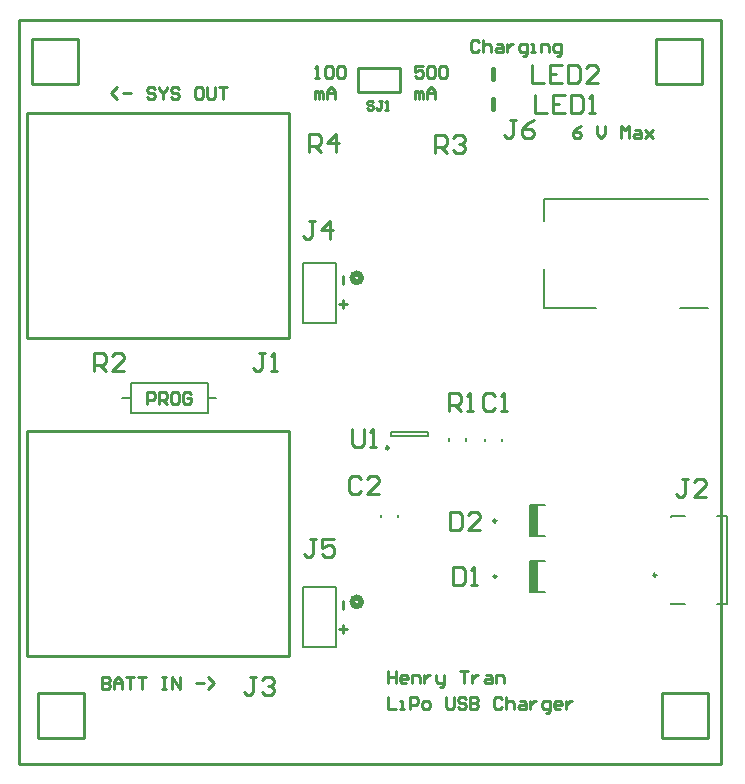
<source format=gbr>
%TF.GenerationSoftware,Altium Limited,Altium Designer,24.6.1 (21)*%
G04 Layer_Color=65535*
%FSLAX45Y45*%
%MOMM*%
%TF.SameCoordinates,AC9FF34B-BC34-43DD-B331-A16B571A9E15*%
%TF.FilePolarity,Positive*%
%TF.FileFunction,Legend,Top*%
%TF.Part,Single*%
G01*
G75*
%TA.AperFunction,NonConductor*%
%ADD34C,0.25400*%
%ADD35C,0.25000*%
%ADD36C,0.50800*%
%ADD37C,0.20000*%
%ADD38C,0.40000*%
%ADD39C,0.15240*%
%ADD40R,0.77780X2.60000*%
D34*
X1174100Y2819200D02*
X2284100D01*
Y909200D02*
Y2819200D01*
X64100Y909200D02*
X2284100D01*
X64100D02*
Y2819200D01*
X1174100D01*
X109800Y5886100D02*
Y5963600D01*
Y5753600D02*
Y5821100D01*
Y5963600D02*
Y6138600D01*
X497300D01*
Y5753600D02*
Y6138600D01*
X109800Y5753600D02*
X497300D01*
X109800Y5821100D02*
Y5886100D01*
X1174100Y5511600D02*
X2284100D01*
Y3601600D02*
Y5511600D01*
X64100Y3601600D02*
X2284100D01*
X64100D02*
Y5511600D01*
X1174100D01*
X3225800Y5778500D02*
Y5892800D01*
X2870200D02*
X3225800D01*
X2870200Y5689600D02*
Y5892800D01*
Y5689600D02*
X3225800D01*
Y5778500D01*
X0Y0D02*
X1943100D01*
X4000500D02*
X5943600D01*
X1943100D02*
X4000500D01*
X0Y1879600D02*
Y2590800D01*
Y0D02*
Y1066800D01*
Y3403600D02*
Y6299200D01*
Y1066800D02*
Y1879600D01*
X5393000Y5886100D02*
Y5963600D01*
Y5753600D02*
Y5821100D01*
Y5963600D02*
Y6138600D01*
X5780500D01*
Y5753600D02*
Y6138600D01*
X5393000Y5753600D02*
X5780500D01*
X5393000Y5821100D02*
Y5886100D01*
X5943600Y0D02*
Y6299200D01*
X0Y2590800D02*
Y3403600D01*
Y6299200D02*
X5943600D01*
X5443800Y348900D02*
Y426400D01*
Y216400D02*
Y283900D01*
Y426400D02*
Y601400D01*
X5831300D01*
Y216400D02*
Y601400D01*
X5443800Y216400D02*
X5831300D01*
X5443800Y283900D02*
Y348900D01*
X160600D02*
Y426400D01*
Y216400D02*
Y283900D01*
Y426400D02*
Y601400D01*
X548100D01*
Y216400D02*
Y601400D01*
X160600Y216400D02*
X548100D01*
X160600Y283900D02*
Y348900D01*
X2501900Y5808941D02*
X2535756D01*
X2518828D01*
Y5910508D01*
X2501900Y5893580D01*
X2586539D02*
X2603467Y5910508D01*
X2637323D01*
X2654251Y5893580D01*
Y5825868D01*
X2637323Y5808941D01*
X2603467D01*
X2586539Y5825868D01*
Y5893580D01*
X2688107D02*
X2705034Y5910508D01*
X2738890D01*
X2755818Y5893580D01*
Y5825868D01*
X2738890Y5808941D01*
X2705034D01*
X2688107Y5825868D01*
Y5893580D01*
X2501900Y5626100D02*
Y5693811D01*
X2518828D01*
X2535756Y5676883D01*
Y5626100D01*
Y5676883D01*
X2552683Y5693811D01*
X2569611Y5676883D01*
Y5626100D01*
X2603467D02*
Y5693811D01*
X2637323Y5727667D01*
X2671179Y5693811D01*
Y5626100D01*
Y5676883D01*
X2603467D01*
X3124200Y783919D02*
Y682352D01*
Y733135D01*
X3191911D01*
Y783919D01*
Y682352D01*
X3276551D02*
X3242695D01*
X3225767Y699280D01*
Y733135D01*
X3242695Y750063D01*
X3276551D01*
X3293479Y733135D01*
Y716208D01*
X3225767D01*
X3327334Y682352D02*
Y750063D01*
X3378118D01*
X3395046Y733135D01*
Y682352D01*
X3428902Y750063D02*
Y682352D01*
Y716208D01*
X3445830Y733135D01*
X3462757Y750063D01*
X3479685D01*
X3530469D02*
Y699280D01*
X3547397Y682352D01*
X3598180D01*
Y665424D01*
X3581252Y648496D01*
X3564325D01*
X3598180Y682352D02*
Y750063D01*
X3733603Y783919D02*
X3801315D01*
X3767459D01*
Y682352D01*
X3835171Y750063D02*
Y682352D01*
Y716208D01*
X3852098Y733135D01*
X3869026Y750063D01*
X3885954D01*
X3953666D02*
X3987521D01*
X4004449Y733135D01*
Y682352D01*
X3953666D01*
X3936738Y699280D01*
X3953666Y716208D01*
X4004449D01*
X4038305Y682352D02*
Y750063D01*
X4089089D01*
X4106016Y733135D01*
Y682352D01*
X3124200Y567223D02*
Y465656D01*
X3191911D01*
X3225767D02*
X3259623D01*
X3242695D01*
Y533367D01*
X3225767D01*
X3310407Y465656D02*
Y567223D01*
X3361190D01*
X3378118Y550295D01*
Y516439D01*
X3361190Y499511D01*
X3310407D01*
X3428902Y465656D02*
X3462757D01*
X3479685Y482583D01*
Y516439D01*
X3462757Y533367D01*
X3428902D01*
X3411974Y516439D01*
Y482583D01*
X3428902Y465656D01*
X3615108Y567223D02*
Y482583D01*
X3632036Y465656D01*
X3665892D01*
X3682820Y482583D01*
Y567223D01*
X3784387Y550295D02*
X3767459Y567223D01*
X3733603D01*
X3716676Y550295D01*
Y533367D01*
X3733603Y516439D01*
X3767459D01*
X3784387Y499511D01*
Y482583D01*
X3767459Y465656D01*
X3733603D01*
X3716676Y482583D01*
X3818243Y567223D02*
Y465656D01*
X3869026D01*
X3885954Y482583D01*
Y499511D01*
X3869026Y516439D01*
X3818243D01*
X3869026D01*
X3885954Y533367D01*
Y550295D01*
X3869026Y567223D01*
X3818243D01*
X4089089Y550295D02*
X4072161Y567223D01*
X4038305D01*
X4021377Y550295D01*
Y482583D01*
X4038305Y465656D01*
X4072161D01*
X4089089Y482583D01*
X4122945Y567223D02*
Y465656D01*
Y516439D01*
X4139872Y533367D01*
X4173728D01*
X4190656Y516439D01*
Y465656D01*
X4241440Y533367D02*
X4275295D01*
X4292223Y516439D01*
Y465656D01*
X4241440D01*
X4224512Y482583D01*
X4241440Y499511D01*
X4292223D01*
X4326079Y533367D02*
Y465656D01*
Y499511D01*
X4343007Y516439D01*
X4359935Y533367D01*
X4376862D01*
X4461502Y431800D02*
X4478430D01*
X4495358Y448728D01*
Y533367D01*
X4444574D01*
X4427646Y516439D01*
Y482583D01*
X4444574Y465656D01*
X4495358D01*
X4579997D02*
X4546141D01*
X4529213Y482583D01*
Y516439D01*
X4546141Y533367D01*
X4579997D01*
X4596925Y516439D01*
Y499511D01*
X4529213D01*
X4630781Y533367D02*
Y465656D01*
Y499511D01*
X4647709Y516439D01*
X4664636Y533367D01*
X4681564D01*
X3420511Y5910508D02*
X3352800D01*
Y5859724D01*
X3386656Y5876652D01*
X3403583D01*
X3420511Y5859724D01*
Y5825868D01*
X3403583Y5808941D01*
X3369728D01*
X3352800Y5825868D01*
X3454367Y5893580D02*
X3471295Y5910508D01*
X3505151D01*
X3522079Y5893580D01*
Y5825868D01*
X3505151Y5808941D01*
X3471295D01*
X3454367Y5825868D01*
Y5893580D01*
X3555934D02*
X3572862Y5910508D01*
X3606718D01*
X3623646Y5893580D01*
Y5825868D01*
X3606718Y5808941D01*
X3572862D01*
X3555934Y5825868D01*
Y5893580D01*
X3352800Y5626100D02*
Y5693811D01*
X3369728D01*
X3386656Y5676883D01*
Y5626100D01*
Y5676883D01*
X3403583Y5693811D01*
X3420511Y5676883D01*
Y5626100D01*
X3454367D02*
Y5693811D01*
X3488223Y5727667D01*
X3522079Y5693811D01*
Y5626100D01*
Y5676883D01*
X3454367D01*
X2743217Y1104900D02*
Y1172611D01*
X2709361Y1138756D02*
X2777072D01*
X2743217Y1308034D02*
Y1375746D01*
Y3860800D02*
Y3928511D01*
X2709361Y3894656D02*
X2777072D01*
X2743217Y4063934D02*
Y4131646D01*
X3890411Y6112895D02*
X3873483Y6129823D01*
X3839628D01*
X3822700Y6112895D01*
Y6045183D01*
X3839628Y6028256D01*
X3873483D01*
X3890411Y6045183D01*
X3924267Y6129823D02*
Y6028256D01*
Y6079039D01*
X3941195Y6095967D01*
X3975051D01*
X3991979Y6079039D01*
Y6028256D01*
X4042762Y6095967D02*
X4076618D01*
X4093546Y6079039D01*
Y6028256D01*
X4042762D01*
X4025834Y6045183D01*
X4042762Y6062111D01*
X4093546D01*
X4127402Y6095967D02*
Y6028256D01*
Y6062111D01*
X4144330Y6079039D01*
X4161257Y6095967D01*
X4178185D01*
X4262825Y5994400D02*
X4279752D01*
X4296680Y6011328D01*
Y6095967D01*
X4245897D01*
X4228969Y6079039D01*
Y6045183D01*
X4245897Y6028256D01*
X4296680D01*
X4330536D02*
X4364392D01*
X4347464D01*
Y6095967D01*
X4330536D01*
X4415176Y6028256D02*
Y6095967D01*
X4465959D01*
X4482887Y6079039D01*
Y6028256D01*
X4550598Y5994400D02*
X4567526D01*
X4584454Y6011328D01*
Y6095967D01*
X4533671D01*
X4516743Y6079039D01*
Y6045183D01*
X4533671Y6028256D01*
X4584454D01*
X4754011Y5397467D02*
X4720156Y5380539D01*
X4686300Y5346683D01*
Y5312828D01*
X4703228Y5295900D01*
X4737083D01*
X4754011Y5312828D01*
Y5329756D01*
X4737083Y5346683D01*
X4686300D01*
X4889434Y5397467D02*
Y5329756D01*
X4923290Y5295900D01*
X4957146Y5329756D01*
Y5397467D01*
X5092569Y5295900D02*
Y5397467D01*
X5126425Y5363611D01*
X5160280Y5397467D01*
Y5295900D01*
X5211064Y5363611D02*
X5244920D01*
X5261847Y5346683D01*
Y5295900D01*
X5211064D01*
X5194136Y5312828D01*
X5211064Y5329756D01*
X5261847D01*
X5295703Y5363611D02*
X5363415Y5295900D01*
X5329559Y5329756D01*
X5363415Y5363611D01*
X5295703Y5295900D01*
X3517941Y5168925D02*
Y5321275D01*
X3594117D01*
X3619508Y5295883D01*
Y5245100D01*
X3594117Y5219708D01*
X3517941D01*
X3568725D02*
X3619508Y5168925D01*
X3670292Y5295883D02*
X3695684Y5321275D01*
X3746467D01*
X3771859Y5295883D01*
Y5270492D01*
X3746467Y5245100D01*
X3721075D01*
X3746467D01*
X3771859Y5219708D01*
Y5194317D01*
X3746467Y5168925D01*
X3695684D01*
X3670292Y5194317D01*
X1079500Y3048000D02*
Y3149567D01*
X1130283D01*
X1147211Y3132639D01*
Y3098783D01*
X1130283Y3081856D01*
X1079500D01*
X1181067Y3048000D02*
Y3149567D01*
X1231851D01*
X1248779Y3132639D01*
Y3098783D01*
X1231851Y3081856D01*
X1181067D01*
X1214923D02*
X1248779Y3048000D01*
X1333418Y3149567D02*
X1299562D01*
X1282634Y3132639D01*
Y3064928D01*
X1299562Y3048000D01*
X1333418D01*
X1350346Y3064928D01*
Y3132639D01*
X1333418Y3149567D01*
X1451913Y3132639D02*
X1434985Y3149567D01*
X1401130D01*
X1384202Y3132639D01*
Y3064928D01*
X1401130Y3048000D01*
X1434985D01*
X1451913Y3064928D01*
Y3098783D01*
X1418057D01*
X825483Y5626100D02*
X774700Y5676883D01*
X825483Y5727667D01*
X876267Y5676883D02*
X943979D01*
X1147113Y5710739D02*
X1130185Y5727667D01*
X1096330D01*
X1079402Y5710739D01*
Y5693811D01*
X1096330Y5676883D01*
X1130185D01*
X1147113Y5659956D01*
Y5643028D01*
X1130185Y5626100D01*
X1096330D01*
X1079402Y5643028D01*
X1180969Y5727667D02*
Y5710739D01*
X1214825Y5676883D01*
X1248680Y5710739D01*
Y5727667D01*
X1214825Y5676883D02*
Y5626100D01*
X1350247Y5710739D02*
X1333320Y5727667D01*
X1299464D01*
X1282536Y5710739D01*
Y5693811D01*
X1299464Y5676883D01*
X1333320D01*
X1350247Y5659956D01*
Y5643028D01*
X1333320Y5626100D01*
X1299464D01*
X1282536Y5643028D01*
X1536454Y5727667D02*
X1502598D01*
X1485671Y5710739D01*
Y5643028D01*
X1502598Y5626100D01*
X1536454D01*
X1553382Y5643028D01*
Y5710739D01*
X1536454Y5727667D01*
X1587238D02*
Y5643028D01*
X1604166Y5626100D01*
X1638021D01*
X1654949Y5643028D01*
Y5727667D01*
X1688805D02*
X1756516D01*
X1722661D01*
Y5626100D01*
X698500Y736567D02*
Y635000D01*
X749283D01*
X766211Y651928D01*
Y668856D01*
X749283Y685783D01*
X698500D01*
X749283D01*
X766211Y702711D01*
Y719639D01*
X749283Y736567D01*
X698500D01*
X800067Y635000D02*
Y702711D01*
X833923Y736567D01*
X867779Y702711D01*
Y635000D01*
Y685783D01*
X800067D01*
X901634Y736567D02*
X969346D01*
X935490D01*
Y635000D01*
X1003202Y736567D02*
X1070913D01*
X1037057D01*
Y635000D01*
X1206336Y736567D02*
X1240192D01*
X1223264D01*
Y635000D01*
X1206336D01*
X1240192D01*
X1290976D02*
Y736567D01*
X1358687Y635000D01*
Y736567D01*
X1494110Y685783D02*
X1561821D01*
X1595677Y635000D02*
X1646461Y685783D01*
X1595677Y736567D01*
X4025867Y3116539D02*
X4000475Y3141931D01*
X3949692D01*
X3924300Y3116539D01*
Y3014972D01*
X3949692Y2989580D01*
X4000475D01*
X4025867Y3014972D01*
X4076651Y2989580D02*
X4127434D01*
X4102043D01*
Y3141931D01*
X4076651Y3116539D01*
X2451141Y5181625D02*
Y5333975D01*
X2527317D01*
X2552708Y5308583D01*
Y5257800D01*
X2527317Y5232408D01*
X2451141D01*
X2501925D02*
X2552708Y5181625D01*
X2679667D02*
Y5333975D01*
X2603492Y5257800D01*
X2705059D01*
X3670333Y1663675D02*
Y1511325D01*
X3746508D01*
X3771900Y1536717D01*
Y1638283D01*
X3746508Y1663675D01*
X3670333D01*
X3822684Y1511325D02*
X3873467D01*
X3848076D01*
Y1663675D01*
X3822684Y1638283D01*
X2895608Y2412983D02*
X2870217Y2438375D01*
X2819433D01*
X2794041Y2412983D01*
Y2311417D01*
X2819433Y2286025D01*
X2870217D01*
X2895608Y2311417D01*
X3047959Y2286025D02*
X2946392D01*
X3047959Y2387592D01*
Y2412983D01*
X3022567Y2438375D01*
X2971784D01*
X2946392Y2412983D01*
X4343490Y5918175D02*
Y5765825D01*
X4445058D01*
X4597408Y5918175D02*
X4495841D01*
Y5765825D01*
X4597408D01*
X4495841Y5842000D02*
X4546625D01*
X4648192Y5918175D02*
Y5765825D01*
X4724367D01*
X4749759Y5791217D01*
Y5892783D01*
X4724367Y5918175D01*
X4648192D01*
X4902110Y5765825D02*
X4800543D01*
X4902110Y5867392D01*
Y5892783D01*
X4876718Y5918175D01*
X4825934D01*
X4800543Y5892783D01*
X4368882Y5664175D02*
Y5511825D01*
X4470450D01*
X4622800Y5664175D02*
X4521233D01*
Y5511825D01*
X4622800D01*
X4521233Y5588000D02*
X4572017D01*
X4673584Y5664175D02*
Y5511825D01*
X4749759D01*
X4775151Y5537217D01*
Y5638783D01*
X4749759Y5664175D01*
X4673584D01*
X4825934Y5511825D02*
X4876718D01*
X4851326D01*
Y5664175D01*
X4825934Y5638783D01*
X635041Y3327425D02*
Y3479775D01*
X711217D01*
X736608Y3454383D01*
Y3403600D01*
X711217Y3378208D01*
X635041D01*
X685825D02*
X736608Y3327425D01*
X888959D02*
X787392D01*
X888959Y3428992D01*
Y3454383D01*
X863567Y3479775D01*
X812784D01*
X787392Y3454383D01*
X2006567Y736551D02*
X1955783D01*
X1981175D01*
Y609592D01*
X1955783Y584200D01*
X1930392D01*
X1905000Y609592D01*
X2057351Y711159D02*
X2082743Y736551D01*
X2133526D01*
X2158918Y711159D01*
Y685767D01*
X2133526Y660375D01*
X2108134D01*
X2133526D01*
X2158918Y634983D01*
Y609592D01*
X2133526Y584200D01*
X2082743D01*
X2057351Y609592D01*
X5664208Y2412975D02*
X5613425D01*
X5638817D01*
Y2286017D01*
X5613425Y2260625D01*
X5588033D01*
X5562641Y2286017D01*
X5816559Y2260625D02*
X5714992D01*
X5816559Y2362192D01*
Y2387583D01*
X5791167Y2412975D01*
X5740384D01*
X5714992Y2387583D01*
X3644941Y2133575D02*
Y1981225D01*
X3721117D01*
X3746508Y2006617D01*
Y2108183D01*
X3721117Y2133575D01*
X3644941D01*
X3898859Y1981225D02*
X3797292D01*
X3898859Y2082792D01*
Y2108183D01*
X3873467Y2133575D01*
X3822684D01*
X3797292Y2108183D01*
X2819433Y2832075D02*
Y2705117D01*
X2844825Y2679725D01*
X2895608D01*
X2921000Y2705117D01*
Y2832075D01*
X2971784Y2679725D02*
X3022567D01*
X2997176D01*
Y2832075D01*
X2971784Y2806683D01*
X2514608Y1904975D02*
X2463825D01*
X2489217D01*
Y1778017D01*
X2463825Y1752625D01*
X2438433D01*
X2413041Y1778017D01*
X2666959Y1904975D02*
X2565392D01*
Y1828800D01*
X2616175Y1854192D01*
X2641567D01*
X2666959Y1828800D01*
Y1778017D01*
X2641567Y1752625D01*
X2590784D01*
X2565392Y1778017D01*
X2082800Y3479775D02*
X2032017D01*
X2057408D01*
Y3352817D01*
X2032017Y3327425D01*
X2006625D01*
X1981233Y3352817D01*
X2133584Y3327425D02*
X2184367D01*
X2158976D01*
Y3479775D01*
X2133584Y3454383D01*
X2997212Y5600692D02*
X2984517Y5613388D01*
X2959125D01*
X2946429Y5600692D01*
Y5587996D01*
X2959125Y5575300D01*
X2984517D01*
X2997212Y5562604D01*
Y5549908D01*
X2984517Y5537212D01*
X2959125D01*
X2946429Y5549908D01*
X3073388Y5613388D02*
X3047996D01*
X3060692D01*
Y5549908D01*
X3047996Y5537212D01*
X3035300D01*
X3022604Y5549908D01*
X3098779Y5537212D02*
X3124171D01*
X3111475D01*
Y5613388D01*
X3098779Y5600692D01*
X4203708Y5448275D02*
X4152925D01*
X4178317D01*
Y5321317D01*
X4152925Y5295925D01*
X4127533D01*
X4102141Y5321317D01*
X4356059Y5448275D02*
X4305275Y5422883D01*
X4254492Y5372100D01*
Y5321317D01*
X4279884Y5295925D01*
X4330667D01*
X4356059Y5321317D01*
Y5346708D01*
X4330667Y5372100D01*
X4254492D01*
X3642360Y2984500D02*
Y3136851D01*
X3718535D01*
X3743927Y3111459D01*
Y3060675D01*
X3718535Y3035283D01*
X3642360D01*
X3693143D02*
X3743927Y2984500D01*
X3794711D02*
X3845494D01*
X3820103D01*
Y3136851D01*
X3794711Y3111459D01*
X2506947Y4597351D02*
X2456163D01*
X2481555D01*
Y4470392D01*
X2456163Y4445000D01*
X2430772D01*
X2405380Y4470392D01*
X2633906Y4445000D02*
Y4597351D01*
X2557731Y4521175D01*
X2659298D01*
D35*
X4039000Y1587500D02*
G03*
X4039000Y1587500I-12500J0D01*
G01*
X5393800Y1597200D02*
G03*
X5393800Y1597200I-12500J0D01*
G01*
X4039000Y2057400D02*
G03*
X4039000Y2057400I-12500J0D01*
G01*
X3129500Y2674000D02*
G03*
X3129500Y2674000I-12500J0D01*
G01*
D36*
X2895600Y1371600D02*
G03*
X2895600Y1371600I-38100J0D01*
G01*
Y4114800D02*
G03*
X2895600Y4114800I-38100J0D01*
G01*
D37*
X3940700Y2735700D02*
Y2750700D01*
X4085700Y2735700D02*
Y2750700D01*
X4321500Y1457500D02*
X4455000D01*
X4321500D02*
Y1717500D01*
X4455000D01*
X3064400Y2088000D02*
Y2103000D01*
X3209400Y2088000D02*
Y2103000D01*
X1595000Y3098800D02*
X1667500D01*
X872500D02*
X945000D01*
Y2973800D02*
Y3223800D01*
Y2973800D02*
X1595000D01*
Y3223800D01*
X945000D02*
X1595000D01*
X5907600Y1352700D02*
X5988792D01*
X5519270Y1352670D02*
X5640000D01*
X5519270D02*
Y1365800D01*
X5518798Y2088701D02*
Y2101731D01*
X5518800D02*
X5640000D01*
X5907600D02*
X5988800D01*
X5988792Y1352700D02*
Y2101700D01*
X4321500Y1927400D02*
X4455000D01*
X4321500D02*
Y2187400D01*
X4455000D01*
X3147000Y2779000D02*
Y2809000D01*
X3457000Y2779000D02*
Y2809000D01*
X3147000Y2779000D02*
X3457000D01*
X3147000Y2809000D02*
X3457000D01*
X5591600Y3855300D02*
X5831600D01*
X4443900Y4780700D02*
X5831600D01*
X4443900Y3855300D02*
X4881600D01*
X4443900Y4596500D02*
Y4780700D01*
Y3855300D02*
Y4191500D01*
X3638400Y2730700D02*
Y2755700D01*
X3778400Y2730700D02*
Y2755700D01*
D38*
X4013100Y5802000D02*
Y5882000D01*
Y5548000D02*
Y5628000D01*
D39*
X2679700Y990600D02*
Y1498600D01*
X2400300Y990600D02*
X2679700D01*
X2400300D02*
Y1498600D01*
X2679700D01*
Y3733800D02*
Y4241800D01*
X2400300Y3733800D02*
X2679700D01*
X2400300D02*
Y4241800D01*
X2679700D01*
D40*
X4360572Y1587498D02*
D03*
X4360553Y2057398D02*
D03*
%TF.MD5,d9dce8d4d2fdef6a92c7244a167ea62d*%
M02*

</source>
